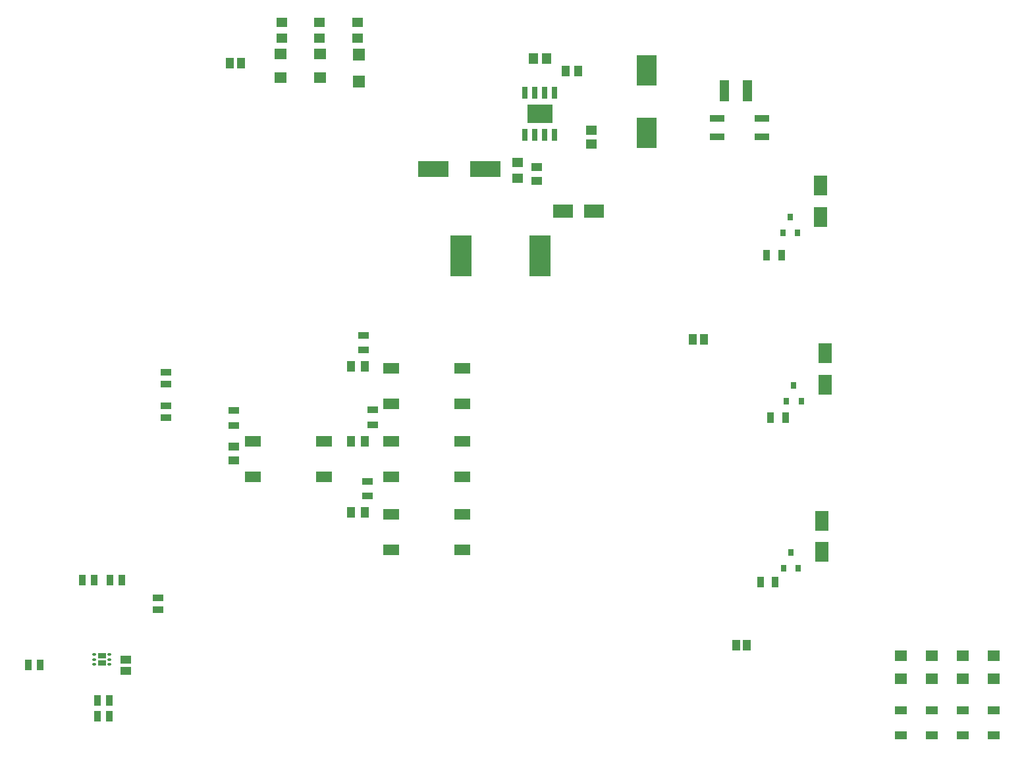
<source format=gtp>
G04*
G04 #@! TF.GenerationSoftware,Altium Limited,Altium Designer,19.1.8 (144)*
G04*
G04 Layer_Color=8421504*
%FSTAX44Y44*%
%MOMM*%
G71*
G01*
G75*
G04:AMPARAMS|DCode=20|XSize=0.45mm|YSize=0.3mm|CornerRadius=0.0495mm|HoleSize=0mm|Usage=FLASHONLY|Rotation=0.000|XOffset=0mm|YOffset=0mm|HoleType=Round|Shape=RoundedRectangle|*
%AMROUNDEDRECTD20*
21,1,0.4500,0.2010,0,0,0.0*
21,1,0.3510,0.3000,0,0,0.0*
1,1,0.0990,0.1755,-0.1005*
1,1,0.0990,-0.1755,-0.1005*
1,1,0.0990,-0.1755,0.1005*
1,1,0.0990,0.1755,0.1005*
%
%ADD20ROUNDEDRECTD20*%
%ADD21R,1.5000X1.4000*%
%ADD22R,1.5000X1.0000*%
%ADD23R,1.2000X2.7000*%
%ADD24R,4.0000X2.1500*%
%ADD25R,1.1000X1.3500*%
%ADD26R,1.9250X0.9500*%
%ADD27R,1.3500X0.9500*%
%ADD28R,1.0200X1.4700*%
%ADD29R,3.3000X2.4100*%
%ADD30R,0.6500X1.5250*%
%ADD31R,0.8000X0.9000*%
%ADD32R,1.4500X1.2000*%
%ADD33R,1.5000X1.5000*%
%ADD34R,2.1000X1.4000*%
%ADD35R,1.2000X1.4500*%
%ADD36R,0.9500X1.3500*%
%ADD37R,1.3500X1.0000*%
%ADD38R,1.0000X1.3500*%
%ADD39R,1.4000X0.9500*%
%ADD40R,0.9500X1.4000*%
%ADD41R,2.8000X5.3000*%
%ADD42R,1.7000X2.5000*%
%ADD43R,2.5000X1.7000*%
%ADD44R,2.5000X4.0000*%
%ADD45R,1.4500X1.1500*%
%ADD46R,1.3500X1.1000*%
G36*
X0019226Y0016474D02*
Y00164839D01*
X00192336Y00165023D01*
X00192477Y00165164D01*
X00192661Y0016524D01*
X0019276D01*
D01*
X0020176D01*
X00201859D01*
X00202043Y00165164D01*
X00202184Y00165023D01*
X0020226Y00164839D01*
Y0016474D01*
D01*
Y0015874D01*
Y0015864D01*
X00202184Y00158457D01*
X00202043Y00158316D01*
X00201859Y0015824D01*
X0020176D01*
D01*
X0019276D01*
X00192661D01*
X00192477Y00158316D01*
X00192336Y00158457D01*
X0019226Y0015864D01*
Y0015874D01*
D01*
Y0016474D01*
D02*
G37*
G36*
X0020176Y0017424D02*
X00201859D01*
X00202043Y00174164D01*
X00202184Y00174023D01*
X0020226Y00173839D01*
Y0017374D01*
D01*
Y0016774D01*
Y0016764D01*
X00202184Y00167457D01*
X00202043Y00167316D01*
X00201859Y0016724D01*
X0020176D01*
D01*
X0019276D01*
X00192661D01*
X00192477Y00167316D01*
X00192336Y00167457D01*
X0019226Y0016764D01*
Y0016774D01*
D01*
Y0017374D01*
Y00173839D01*
X00192336Y00174023D01*
X00192477Y00174164D01*
X00192661Y0017424D01*
X0019276D01*
D01*
X0020176D01*
D02*
G37*
D20*
X0018751Y0017274D02*
D03*
Y0016624D02*
D03*
Y0015974D02*
D03*
X0020701D02*
D03*
Y0016624D02*
D03*
Y0017274D02*
D03*
D21*
X01343914Y00140956D02*
D03*
Y00170956D02*
D03*
X0122428D02*
D03*
Y00140956D02*
D03*
X01304036Y00170956D02*
D03*
Y00140956D02*
D03*
X01264158Y00170956D02*
D03*
Y00140956D02*
D03*
X0047752Y00945328D02*
D03*
Y00915328D02*
D03*
X0042672D02*
D03*
Y00945328D02*
D03*
D22*
X01343914Y00068836D02*
D03*
Y00100836D02*
D03*
X01264158Y00068836D02*
D03*
Y00100836D02*
D03*
X01304036Y00068836D02*
D03*
Y00100836D02*
D03*
X0122428Y00068836D02*
D03*
Y00100836D02*
D03*
D23*
X0102669Y00898652D02*
D03*
X0099769D02*
D03*
D24*
X00622942Y00797932D02*
D03*
X00689942D02*
D03*
D25*
X0036192Y0093347D02*
D03*
X0037592D02*
D03*
X00957184Y00578612D02*
D03*
X00971184D02*
D03*
X01012556Y00184404D02*
D03*
X01026556D02*
D03*
D26*
X01046136Y0086315D02*
D03*
Y0083865D02*
D03*
X00987896D02*
D03*
Y0086315D02*
D03*
D27*
X00268986Y00229994D02*
D03*
Y00245494D02*
D03*
X002794Y0052083D02*
D03*
Y0053633D02*
D03*
Y0049302D02*
D03*
Y0047752D02*
D03*
D28*
X00793242Y00923354D02*
D03*
X00809242D02*
D03*
D29*
X00760102Y00869052D02*
D03*
D30*
X00779152Y00841932D02*
D03*
X00766452D02*
D03*
X00753752D02*
D03*
X00741052D02*
D03*
Y00896172D02*
D03*
X00753752D02*
D03*
X00766452D02*
D03*
X00779152D02*
D03*
D31*
X01083056Y00303624D02*
D03*
X01092556Y00283624D02*
D03*
X01073556D02*
D03*
X01086612Y00518922D02*
D03*
X01096112Y00498922D02*
D03*
X01077112D02*
D03*
X01082294Y00735584D02*
D03*
X01091794Y00715584D02*
D03*
X01072794D02*
D03*
D32*
X00428248Y00986028D02*
D03*
Y00966028D02*
D03*
X0047712Y00986028D02*
D03*
Y00966028D02*
D03*
X00525993D02*
D03*
Y00986028D02*
D03*
X00731774Y00805942D02*
D03*
Y00785942D02*
D03*
D33*
X00527727Y00944828D02*
D03*
Y00909828D02*
D03*
D34*
X0039138Y0044668D02*
D03*
X0048238D02*
D03*
X0039138Y0040168D02*
D03*
X0048238D02*
D03*
X0066018Y003077D02*
D03*
X0056918D02*
D03*
X0066018Y003527D02*
D03*
X0056918D02*
D03*
X0066018Y0040168D02*
D03*
X0056918D02*
D03*
X0066018Y0044668D02*
D03*
X0056918D02*
D03*
X0066018Y0049566D02*
D03*
X0056918D02*
D03*
X0066018Y0054066D02*
D03*
X0056918D02*
D03*
D35*
X00768602Y00940172D02*
D03*
X00751602D02*
D03*
D36*
X00206632Y0011303D02*
D03*
X00191132D02*
D03*
X00117732Y00159258D02*
D03*
X00102232D02*
D03*
X00207258Y0026797D02*
D03*
X00222758D02*
D03*
X00187074D02*
D03*
X00171574D02*
D03*
X00191132Y00092964D02*
D03*
X00206632D02*
D03*
D37*
X0036703Y00440546D02*
D03*
Y00422546D02*
D03*
X00756158Y0078221D02*
D03*
Y0080021D02*
D03*
D38*
X005354Y003556D02*
D03*
X005174D02*
D03*
X005354Y0044704D02*
D03*
X005174D02*
D03*
X005354Y0054356D02*
D03*
X005174D02*
D03*
D39*
X0036703Y00467766D02*
D03*
Y00486766D02*
D03*
X0053848Y0039558D02*
D03*
Y0037658D02*
D03*
X00545084Y00487274D02*
D03*
Y00468274D02*
D03*
X005334Y0058354D02*
D03*
Y0056454D02*
D03*
D40*
X0106294Y0026543D02*
D03*
X0104394D02*
D03*
X01075792Y00477774D02*
D03*
X01056792D02*
D03*
X01070864Y00686562D02*
D03*
X01051864D02*
D03*
D41*
X00658502Y00686172D02*
D03*
X00760502D02*
D03*
D42*
X0112268Y003048D02*
D03*
Y003448D02*
D03*
X01126998Y00520258D02*
D03*
Y00560258D02*
D03*
X01121156Y00736092D02*
D03*
Y00776092D02*
D03*
D43*
X00830072Y0074295D02*
D03*
X00790072D02*
D03*
D44*
X00897262Y00844292D02*
D03*
Y00924292D02*
D03*
D45*
X00826142Y00829572D02*
D03*
Y00847572D02*
D03*
D46*
X00228092Y00165638D02*
D03*
Y00151638D02*
D03*
M02*

</source>
